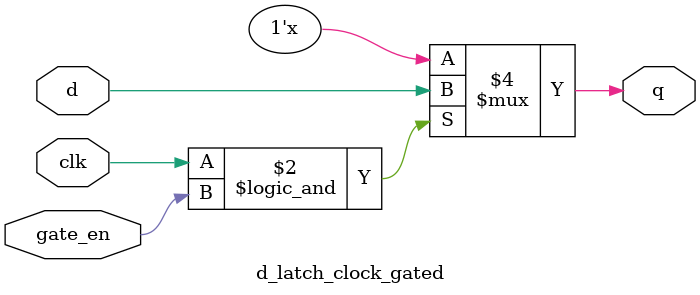
<source format=sv>
module d_latch_clock_gated (
    input wire d,
    input wire clk,
    input wire gate_en,
    output reg q
);
    // Eliminate intermediate wire and directly use the gated clock in the always block
    // This reduces area by removing one wire and potentially simplifying routing
    
    always @* begin
        if (clk && gate_en)
            q = d;
    end
endmodule
</source>
